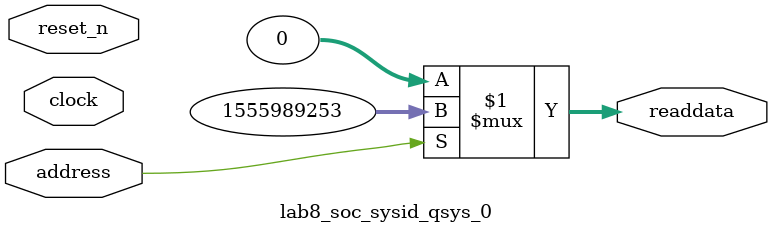
<source format=v>



// synthesis translate_off
`timescale 1ns / 1ps
// synthesis translate_on

// turn off superfluous verilog processor warnings 
// altera message_level Level1 
// altera message_off 10034 10035 10036 10037 10230 10240 10030 

module lab8_soc_sysid_qsys_0 (
               // inputs:
                address,
                clock,
                reset_n,

               // outputs:
                readdata
             )
;

  output  [ 31: 0] readdata;
  input            address;
  input            clock;
  input            reset_n;

  wire    [ 31: 0] readdata;
  //control_slave, which is an e_avalon_slave
  assign readdata = address ? 1555989253 : 0;

endmodule



</source>
